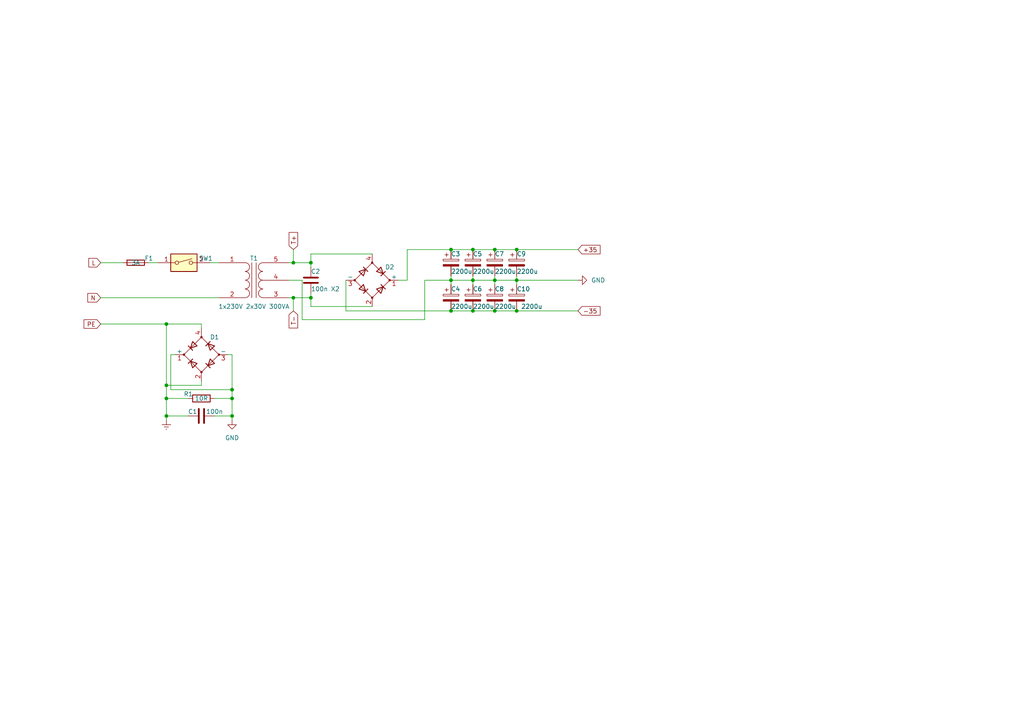
<source format=kicad_sch>
(kicad_sch (version 20230121) (generator eeschema)
  (paper "A4")
  (title_block (title "Power Supply") (date "2022-07-20") (rev "Rev 1") (company "Flavian Kaufmann"))
  (lib_symbols
    (symbol "Device:C" (pin_numbers hide) (pin_names (offset 0.254))
      (property "Reference" "C" (at 0.635 2.54 0))
      (property "Value" "C" (at 0.635 -2.54 0))
      (symbol "C_0_1"
        (polyline (pts (xy -2.032 -0.762) (xy 2.032 -0.762)) (stroke (width 0.508)))
        (polyline (pts (xy -2.032 0.762) (xy 2.032 0.762)) (stroke (width 0.508)))
      )
      (symbol "C_1_1"
        (pin passive line (at 0 3.81 270) (length 2.794) (name "~") (number "1"))
        (pin passive line (at 0 -3.81 90) (length 2.794) (name "~") (number "2"))
      )
    )
    (symbol "Device:C_Polarized" (pin_numbers hide) (pin_names (offset 0.254))
      (property "Reference" "C" (at 0.635 2.54 0))
      (property "Value" "C_Polarized" (at 0.635 -2.54 0))
      (symbol "C_Polarized_0_1"
        (rectangle (start -2.286 0.508) (end 2.286 1.016))
        (polyline (pts (xy -1.778 2.286) (xy -0.762 2.286)))
        (polyline (pts (xy -1.27 2.794) (xy -1.27 1.778)))
        (rectangle (start 2.286 -0.508) (end -2.286 -1.016) (fill (type outline)))
      )
      (symbol "C_Polarized_1_1"
        (pin passive line (at 0 3.81 270) (length 2.794) (name "~") (number "1"))
        (pin passive line (at 0 -3.81 90) (length 2.794) (name "~") (number "2"))
      )
    )
    (symbol "Device:D_Bridge_+A-A" (pin_names (offset 0))
      (property "Reference" "D" (at 2.54 6.985 0))
      (property "Value" "D_Bridge_+A-A" (at 2.54 5.08 0))
      (symbol "D_Bridge_+A-A_0_1"
        (circle (center -5.08 0) (radius 0.254) (fill (type outline)))
        (circle (center 0 -5.08) (radius 0.254) (fill (type outline)))
        (polyline (pts (xy -2.54 3.81) (xy -1.27 2.54)) (stroke (width 0.254)))
        (polyline (pts (xy -1.27 -2.54) (xy -2.54 -3.81)) (stroke (width 0.254)))
        (polyline (pts (xy 2.54 -1.27) (xy 3.81 -2.54)) (stroke (width 0.254)))
        (polyline (pts (xy 2.54 1.27) (xy 3.81 2.54)) (stroke (width 0.254)))
        (polyline (pts (xy -3.81 2.54) (xy -2.54 1.27) (xy -1.905 3.175) (xy -3.81 2.54)) (stroke (width 0.254)))
        (polyline (pts (xy -2.54 -1.27) (xy -3.81 -2.54) (xy -1.905 -3.175) (xy -2.54 -1.27)) (stroke (width 0.254)))
        (polyline (pts (xy 1.27 2.54) (xy 2.54 3.81) (xy 3.175 1.905) (xy 1.27 2.54)) (stroke (width 0.254)))
        (polyline (pts (xy 3.175 -1.905) (xy 1.27 -2.54) (xy 2.54 -3.81) (xy 3.175 -1.905)) (stroke (width 0.254)))
        (polyline (pts (xy -5.08 0) (xy 0 -5.08) (xy 5.08 0) (xy 0 5.08) (xy -5.08 0)))
        (circle (center 0 5.08) (radius 0.254) (fill (type outline)))
        (circle (center 5.08 0) (radius 0.254) (fill (type outline)))
      )
      (symbol "D_Bridge_+A-A_1_1"
        (pin passive line (at 7.62 0 180) (length 2.54) (name "+") (number "1"))
        (pin passive line (at 0 -7.62 90) (length 2.54) (name "~") (number "2"))
        (pin passive line (at -7.62 0 0) (length 2.54) (name "-") (number "3"))
        (pin passive line (at 0 7.62 270) (length 2.54) (name "~") (number "4"))
      )
    )
    (symbol "Device:Fuse" (pin_numbers hide) (pin_names (offset 0))
      (property "Reference" "F" (at 2.032 0 90))
      (property "Value" "Fuse" (at -1.905 0 90))
      (symbol "Fuse_0_1"
        (rectangle (start -0.762 -2.54) (end 0.762 2.54) (stroke (width 0.254)))
        (polyline (pts (xy 0 2.54) (xy 0 -2.54)))
      )
      (symbol "Fuse_1_1"
        (pin passive line (at 0 3.81 270) (length 1.27) (name "~") (number "1"))
        (pin passive line (at 0 -3.81 90) (length 1.27) (name "~") (number "2"))
      )
    )
    (symbol "Device:R" (pin_numbers hide) (pin_names (offset 0))
      (property "Reference" "R" (at 2.032 0 90))
      (property "Value" "R" (at 0 0 90))
      (symbol "R_0_1"
        (rectangle (start -1.016 -2.54) (end 1.016 2.54) (stroke (width 0.254)))
      )
      (symbol "R_1_1"
        (pin passive line (at 0 3.81 270) (length 1.27) (name "~") (number "1"))
        (pin passive line (at 0 -3.81 90) (length 1.27) (name "~") (number "2"))
      )
    )
    (symbol "Device:Transformer_1P_SS" (pin_names (offset 1.016) hide)
      (property "Reference" "T" (at 0 6.35 0))
      (property "Value" "Transformer_1P_SS" (at 0 -7.62 0))
      (symbol "Transformer_1P_SS_0_1"
        (arc (start -2.54 -5.0546) (mid -1.6599 -4.6901) (end -1.27 -3.81))
        (arc (start -2.54 -2.5146) (mid -1.6599 -2.1501) (end -1.27 -1.27))
        (arc (start -2.54 0.0254) (mid -1.6599 0.3899) (end -1.27 1.27))
        (arc (start -2.54 2.5654) (mid -1.6599 2.9299) (end -1.27 3.81))
        (arc (start -1.27 -3.81) (mid -1.642 -2.912) (end -2.54 -2.54))
        (arc (start -1.27 -1.27) (mid -1.642 -0.372) (end -2.54 0))
        (arc (start -1.27 1.27) (mid -1.642 2.168) (end -2.54 2.54))
        (arc (start -1.27 3.81) (mid -1.642 4.708) (end -2.54 5.08))
        (polyline (pts (xy -0.635 5.08) (xy -0.635 -5.08)))
        (polyline (pts (xy 0.635 -5.08) (xy 0.635 5.08)))
        (arc (start 1.2954 -1.27) (mid 1.6599 -2.1501) (end 2.54 -2.5146))
        (arc (start 1.2954 1.27) (mid 1.6599 0.3899) (end 2.54 0.0254))
        (arc (start 1.2954 3.81) (mid 1.6599 2.9299) (end 2.54 2.5654))
        (arc (start 1.3208 -3.81) (mid 1.6853 -4.6901) (end 2.5654 -5.0546))
        (arc (start 2.54 0) (mid 1.642 -0.372) (end 1.2954 -1.27))
        (arc (start 2.54 2.54) (mid 1.642 2.168) (end 1.2954 1.27))
        (arc (start 2.54 5.08) (mid 1.642 4.708) (end 1.2954 3.81))
        (arc (start 2.5654 -2.54) (mid 1.6674 -2.912) (end 1.3208 -3.81))
      )
      (symbol "Transformer_1P_SS_1_1"
        (pin passive line (at -10.16 5.08 0) (length 7.62) (name "AA") (number "1"))
        (pin passive line (at -10.16 -5.08 0) (length 7.62) (name "AB") (number "2"))
        (pin passive line (at 10.16 -5.08 180) (length 7.62) (name "SA") (number "3"))
        (pin passive line (at 10.16 0 180) (length 7.62) (name "SC") (number "4"))
        (pin passive line (at 10.16 5.08 180) (length 7.62) (name "SB") (number "5"))
      )
    )
    (symbol "Switch:SW_DIP_x01" (pin_names (offset 0) hide)
      (property "Reference" "SW" (at 0 3.81 0))
      (property "Value" "SW_DIP_x01" (at 0 -3.81 0))
      (symbol "SW_DIP_x01_0_0"
        (circle (center -2.032 0) (radius 0.508))
        (polyline (pts (xy -1.524 0.127) (xy 2.3622 1.1684)))
        (circle (center 2.032 0) (radius 0.508))
      )
      (symbol "SW_DIP_x01_0_1"
        (rectangle (start -3.81 2.54) (end 3.81 -2.54) (stroke (width 0.254)) (fill (type background)))
      )
      (symbol "SW_DIP_x01_1_1"
        (pin passive line (at -7.62 0 0) (length 5.08) (name "~") (number "1"))
        (pin passive line (at 7.62 0 180) (length 5.08) (name "~") (number "2"))
      )
    )
    (symbol "power:Earth" (power) (pin_names (offset 0))
      (symbol "Earth_0_1"
        (polyline (pts (xy -0.635 -1.905) (xy 0.635 -1.905)))
        (polyline (pts (xy -0.127 -2.54) (xy 0.127 -2.54)))
        (polyline (pts (xy 0 -1.27) (xy 0 0)))
        (polyline (pts (xy 1.27 -1.27) (xy -1.27 -1.27)))
      )
      (symbol "Earth_1_1"
        (pin power_in line (at 0 0 270) (length 0) hide (name "Earth") (number "1"))
      )
    )
    (symbol "power:GND" (power) (pin_names (offset 0))
      (property "Value" "GND" (at 0 -3.81 0))
      (symbol "GND_0_1"
        (polyline (pts (xy 0 0) (xy 0 -1.27) (xy 1.27 -1.27) (xy 0 -2.54) (xy -1.27 -1.27) (xy 0 -1.27)))
      )
      (symbol "GND_1_1"
        (pin power_in line (at 0 0 270) (length 0) hide (name "GND") (number "1"))
      )
    )
  )
  (junction (at 48.26 120.65))
  (junction (at 48.26 115.57))
  (junction (at 67.31 120.65))
  (junction (at 67.31 115.57))
  (junction (at 67.31 113.03))
  (junction (at 137.16 72.39))
  (junction (at 149.86 90.17))
  (junction (at 143.51 90.17))
  (junction (at 143.51 81.28))
  (junction (at 143.51 72.39))
  (junction (at 90.17 86.36))
  (junction (at 85.09 86.36))
  (junction (at 137.16 90.17))
  (junction (at 48.26 111.76))
  (junction (at 149.86 72.39))
  (junction (at 130.81 90.17))
  (junction (at 137.16 81.28))
  (junction (at 90.17 76.2))
  (junction (at 130.81 81.28))
  (junction (at 149.86 81.28))
  (junction (at 130.81 72.39))
  (junction (at 48.26 93.98))
  (junction (at 85.09 76.2))
  (wire (pts (xy 67.31 115.57) (xy 67.31 113.03)))
  (wire (pts (xy 67.31 120.65) (xy 67.31 115.57)))
  (wire (pts (xy 130.81 80.01) (xy 130.81 81.28)))
  (wire (pts (xy 85.09 86.36) (xy 85.09 90.17)))
  (wire (pts (xy 123.19 92.71) (xy 123.19 81.28)))
  (wire (pts (xy 49.53 102.87) (xy 49.53 113.03)))
  (wire (pts (xy 62.23 120.65) (xy 67.31 120.65)))
  (wire (pts (xy 48.26 115.57) (xy 54.61 115.57)))
  (wire (pts (xy 143.51 90.17) (xy 149.86 90.17)))
  (wire (pts (xy 137.16 72.39) (xy 143.51 72.39)))
  (wire (pts (xy 123.19 81.28) (xy 130.81 81.28)))
  (wire (pts (xy 43.18 76.2) (xy 45.72 76.2)))
  (wire (pts (xy 83.82 81.28) (xy 87.63 81.28)))
  (wire (pts (xy 100.33 90.17) (xy 130.81 90.17)))
  (wire (pts (xy 130.81 81.28) (xy 130.81 82.55)))
  (wire (pts (xy 130.81 81.28) (xy 137.16 81.28)))
  (wire (pts (xy 130.81 90.17) (xy 137.16 90.17)))
  (wire (pts (xy 49.53 113.03) (xy 67.31 113.03)))
  (wire (pts (xy 137.16 80.01) (xy 137.16 81.28)))
  (wire (pts (xy 67.31 120.65) (xy 67.31 121.92)))
  (wire (pts (xy 67.31 102.87) (xy 67.31 113.03)))
  (wire (pts (xy 149.86 81.28) (xy 167.64 81.28)))
  (wire (pts (xy 143.51 80.01) (xy 143.51 81.28)))
  (wire (pts (xy 54.61 120.65) (xy 48.26 120.65)))
  (wire (pts (xy 90.17 73.66) (xy 107.95 73.66)))
  (wire (pts (xy 58.42 95.25) (xy 58.42 93.98)))
  (wire (pts (xy 60.96 76.2) (xy 63.5 76.2)))
  (wire (pts (xy 90.17 86.36) (xy 85.09 86.36)))
  (wire (pts (xy 143.51 72.39) (xy 149.86 72.39)))
  (wire (pts (xy 137.16 81.28) (xy 137.16 82.55)))
  (wire (pts (xy 90.17 85.09) (xy 90.17 86.36)))
  (wire (pts (xy 137.16 81.28) (xy 143.51 81.28)))
  (wire (pts (xy 48.26 111.76) (xy 48.26 115.57)))
  (wire (pts (xy 66.04 102.87) (xy 67.31 102.87)))
  (wire (pts (xy 149.86 90.17) (xy 167.64 90.17)))
  (wire (pts (xy 29.21 93.98) (xy 48.26 93.98)))
  (wire (pts (xy 149.86 72.39) (xy 167.64 72.39)))
  (wire (pts (xy 149.86 81.28) (xy 149.86 80.01)))
  (wire (pts (xy 137.16 90.17) (xy 143.51 90.17)))
  (wire (pts (xy 29.21 76.2) (xy 35.56 76.2)))
  (wire (pts (xy 50.8 102.87) (xy 49.53 102.87)))
  (wire (pts (xy 130.81 72.39) (xy 137.16 72.39)))
  (wire (pts (xy 85.09 86.36) (xy 83.82 86.36)))
  (wire (pts (xy 143.51 81.28) (xy 149.86 81.28)))
  (wire (pts (xy 90.17 88.9) (xy 107.95 88.9)))
  (wire (pts (xy 118.11 72.39) (xy 130.81 72.39)))
  (wire (pts (xy 149.86 81.28) (xy 149.86 82.55)))
  (wire (pts (xy 85.09 72.39) (xy 85.09 76.2)))
  (wire (pts (xy 85.09 76.2) (xy 90.17 76.2)))
  (wire (pts (xy 83.82 76.2) (xy 85.09 76.2)))
  (wire (pts (xy 90.17 76.2) (xy 90.17 77.47)))
  (wire (pts (xy 87.63 81.28) (xy 87.63 92.71)))
  (wire (pts (xy 87.63 92.71) (xy 123.19 92.71)))
  (wire (pts (xy 100.33 81.28) (xy 100.33 90.17)))
  (wire (pts (xy 90.17 86.36) (xy 90.17 88.9)))
  (wire (pts (xy 58.42 110.49) (xy 58.42 111.76)))
  (wire (pts (xy 48.26 120.65) (xy 48.26 121.92)))
  (wire (pts (xy 29.21 86.36) (xy 63.5 86.36)))
  (wire (pts (xy 115.57 81.28) (xy 118.11 81.28)))
  (wire (pts (xy 48.26 111.76) (xy 58.42 111.76)))
  (wire (pts (xy 48.26 93.98) (xy 58.42 93.98)))
  (wire (pts (xy 48.26 120.65) (xy 48.26 115.57)))
  (wire (pts (xy 90.17 76.2) (xy 90.17 73.66)))
  (wire (pts (xy 118.11 81.28) (xy 118.11 72.39)))
  (wire (pts (xy 62.23 115.57) (xy 67.31 115.57)))
  (wire (pts (xy 48.26 93.98) (xy 48.26 111.76)))
  (wire (pts (xy 143.51 81.28) (xy 143.51 82.55)))
  (global_label "-35" (shape input) (at 167.64 90.17 0) (property "Intersheetrefs" "${INTERSHEET_REFS}" (effects hide)))
  (global_label "L" (shape input) (at 29.21 76.2 180) (property "Intersheetrefs" "${INTERSHEET_REFS}" (effects hide)))
  (global_label "+35" (shape input) (at 167.64 72.39 0) (property "Intersheetrefs" "${INTERSHEET_REFS}" (effects hide)))
  (global_label "N" (shape input) (at 29.21 86.36 180) (property "Intersheetrefs" "${INTERSHEET_REFS}" (effects hide)))
  (global_label "T+" (shape input) (at 85.09 72.39 90) (property "Intersheetrefs" "${INTERSHEET_REFS}" (effects hide)))
  (global_label "PE" (shape input) (at 29.21 93.98 180) (property "Intersheetrefs" "${INTERSHEET_REFS}" (effects hide)))
  (global_label "T-" (shape input) (at 85.09 90.17 270) (property "Intersheetrefs" "${INTERSHEET_REFS}" (effects hide)))
  (symbol (lib_id "Device:C_Polarized") (at 137.16 76.2 0) (unit 1)
    (property "Reference" "C5" (at 137.16 73.66 0) (effects (justify left)))
    (property "Value" "2200u" (at 137.16 78.74 0) (effects (justify left)))
    (property "Footprint" "Capacitor_THT:CP_Radial_D18.0mm_P7.50mm" (effects hide))
  )
  (symbol (lib_id "Switch:SW_DIP_x01") (at 53.34 76.2 0) (unit 1) (on_board no)
    (property "Reference" "SW1" (at 59.69 74.93 0))
    (property "Value" "SW_DIP_x01" (effects hide))
  )
  (symbol (lib_id "Device:C_Polarized") (at 130.81 86.36 0) (unit 1)
    (property "Reference" "C4" (at 130.81 83.82 0) (effects (justify left)))
    (property "Value" "2200u" (at 130.81 88.9 0) (effects (justify left)))
    (property "Footprint" "Capacitor_THT:CP_Radial_D18.0mm_P7.50mm" (effects hide))
  )
  (symbol (lib_id "power:GND") (at 167.64 81.28 90) (unit 1)
    (property "Reference" "#PWR0103" (effects hide))
    (property "Value" "GND" (at 171.45 81.2799 90) (effects (justify right)))
  )
  (symbol (lib_id "Device:C") (at 90.17 81.28 0) (unit 1) (on_board no)
    (property "Reference" "C2" (at 90.17 78.74 0) (effects (justify left)))
    (property "Value" "100n X2" (at 90.17 83.82 0) (effects (justify left)))
    (property "Footprint" "Capacitor_THT:C_Rect_L13.0mm_W8.0mm_P10.00mm_FKS3_FKP3_MKS4" (effects hide))
  )
  (symbol (lib_id "Device:D_Bridge_+A-A") (at 107.95 81.28 0) (unit 1)
    (property "Reference" "D2" (at 113.03 77.47 0))
    (property "Value" "D_Bridge_+A-A" (effects hide))
    (property "Footprint" "Diode_THT:Diode_Bridge_28.6x28.6x7.3mm_P18.0mm_P11.6mm" (effects hide))
  )
  (symbol (lib_id "Device:C") (at 58.42 120.65 90) (unit 1) (on_board no)
    (property "Reference" "C1" (at 55.88 119.38 90))
    (property "Value" "100n" (at 62.23 119.38 90))
    (property "Footprint" "Capacitor_THT:C_Rect_L4.0mm_W2.5mm_P2.50mm" (effects hide))
  )
  (symbol (lib_id "Device:C_Polarized") (at 143.51 86.36 0) (unit 1)
    (property "Reference" "C8" (at 143.51 83.82 0) (effects (justify left)))
    (property "Value" "2200u" (at 143.51 88.9 0) (effects (justify left)))
    (property "Footprint" "Capacitor_THT:CP_Radial_D18.0mm_P7.50mm" (effects hide))
  )
  (symbol (lib_id "Device:Transformer_1P_SS") (at 73.66 81.28 0) (unit 1) (on_board no)
    (property "Reference" "T1" (at 73.66 74.93 0))
    (property "Value" "1x230V 2x30V 300VA" (at 73.66 88.9 0))
  )
  (symbol (lib_id "power:Earth") (at 48.26 121.92 0) (unit 1)
    (property "Reference" "#PWR0102" (effects hide))
    (property "Value" "Earth" (effects hide))
  )
  (symbol (lib_id "Device:Fuse") (at 39.37 76.2 90) (unit 1) (on_board no)
    (property "Reference" "F1" (at 43.18 74.93 90))
    (property "Value" "3A" (at 39.37 76.2 90))
  )
  (symbol (lib_id "power:GND") (at 67.31 121.92 0) (unit 1)
    (property "Reference" "#PWR0101" (effects hide))
    (property "Value" "GND" (at 67.31 127 0))
  )
  (symbol (lib_id "Device:C_Polarized") (at 149.86 86.36 0) (unit 1)
    (property "Reference" "C10" (at 149.86 83.82 0) (effects (justify left)))
    (property "Value" "2200u" (at 151.13 88.9 0) (effects (justify left)))
    (property "Footprint" "Capacitor_THT:CP_Radial_D18.0mm_P7.50mm" (effects hide))
  )
  (symbol (lib_id "Device:D_Bridge_+A-A") (at 58.42 102.87 0) (mirror y) (unit 1) (on_board no)
    (property "Reference" "D1" (at 62.23 97.79 0))
    (property "Value" "D_Bridge_+A-A" (effects hide))
  )
  (symbol (lib_id "Device:C_Polarized") (at 143.51 76.2 0) (unit 1)
    (property "Reference" "C7" (at 143.51 73.66 0) (effects (justify left)))
    (property "Value" "2200u" (at 143.51 78.74 0) (effects (justify left)))
    (property "Footprint" "Capacitor_THT:CP_Radial_D18.0mm_P7.50mm" (effects hide))
  )
  (symbol (lib_id "Device:R") (at 58.42 115.57 90) (unit 1) (on_board no)
    (property "Reference" "R1" (at 54.61 114.3 90))
    (property "Value" "10R" (at 58.42 115.57 90))
    (property "Footprint" "Resistor_THT:R_Axial_DIN0918_L18.0mm_D9.0mm_P22.86mm_Horizontal" (effects hide))
  )
  (symbol (lib_id "Device:C_Polarized") (at 137.16 86.36 0) (unit 1)
    (property "Reference" "C6" (at 137.16 83.82 0) (effects (justify left)))
    (property "Value" "2200u" (at 137.16 88.9 0) (effects (justify left)))
    (property "Footprint" "Capacitor_THT:CP_Radial_D18.0mm_P7.50mm" (effects hide))
  )
  (symbol (lib_id "Device:C_Polarized") (at 130.81 76.2 0) (unit 1)
    (property "Reference" "C3" (at 130.81 73.66 0) (effects (justify left)))
    (property "Value" "2200u" (at 130.81 78.74 0) (effects (justify left)))
    (property "Footprint" "Capacitor_THT:CP_Radial_D18.0mm_P7.50mm" (effects hide))
  )
  (symbol (lib_id "Device:C_Polarized") (at 149.86 76.2 0) (unit 1)
    (property "Reference" "C9" (at 149.86 73.66 0) (effects (justify left)))
    (property "Value" "2200u" (at 149.86 78.74 0) (effects (justify left)))
    (property "Footprint" "Capacitor_THT:CP_Radial_D18.0mm_P7.50mm" (effects hide))
  )
)
</source>
